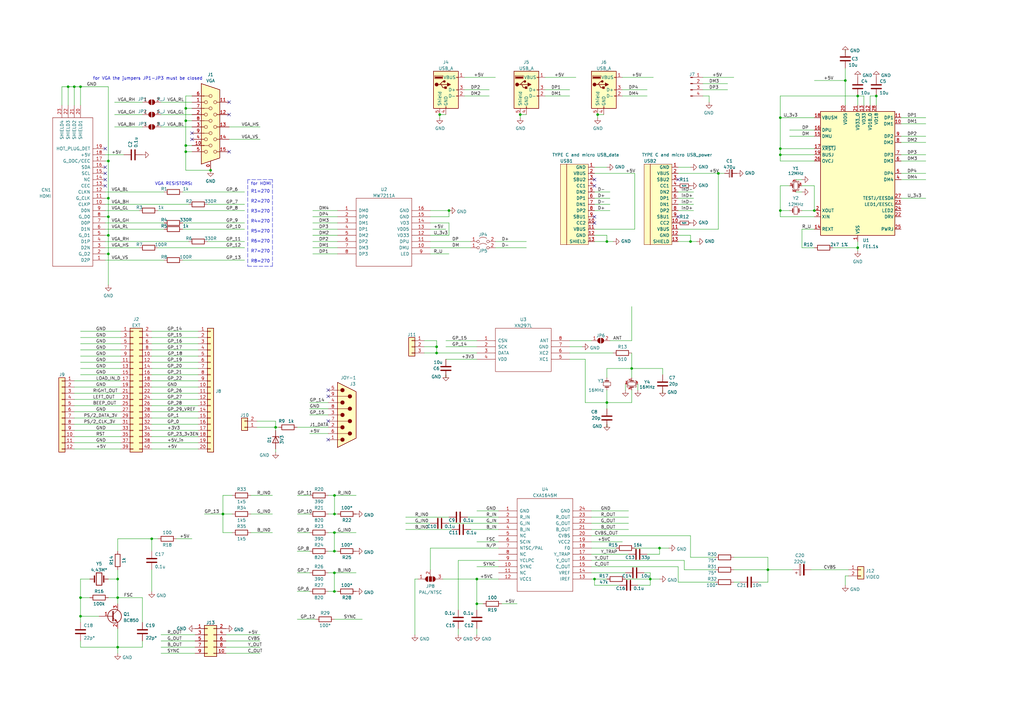
<source format=kicad_sch>
(kicad_sch (version 20211123) (generator eeschema)
  (paper "A3")
  (junction (at 76.2 62.23))
  (junction (at 346.71 33.02))
  (junction (at 137.16 218.44))
  (junction (at 76.2 49.53))
  (junction (at 48.26 265.43))
  (junction (at 294.64 71.12))
  (junction (at 91.44 210.82))
  (junction (at 248.92 165.1))
  (junction (at 76.2 44.45))
  (junction (at 320.04 63.5))
  (junction (at 259.08 151.13))
  (junction (at 27.94 35.56))
  (junction (at 33.02 35.56))
  (junction (at 44.45 96.52))
  (junction (at 180.34 46.99))
  (junction (at 179.07 144.78))
  (junction (at 334.01 86.36))
  (junction (at 245.11 46.99))
  (junction (at 320.04 86.36))
  (junction (at 44.45 66.04))
  (junction (at 137.1948 210.82))
  (junction (at 76.2 59.69))
  (junction (at 351.79 39.37))
  (junction (at 320.04 48.26))
  (junction (at 137.16 234.95))
  (junction (at 320.04 60.96))
  (junction (at 266.7 237.49))
  (junction (at 48.26 237.49))
  (junction (at 48.26 245.11))
  (junction (at 213.36 46.99))
  (junction (at 195.58 237.49))
  (junction (at 30.48 35.56))
  (junction (at 137.16 242.57))
  (junction (at 248.92 99.06))
  (junction (at 137.1948 203.2))
  (junction (at 270.51 224.79))
  (junction (at 314.96 233.68))
  (junction (at 243.84 237.49))
  (junction (at 44.45 88.9))
  (junction (at 33.02 252.73))
  (junction (at 44.45 81.28))
  (junction (at 86.36 69.85))
  (junction (at 184.15 86.36))
  (junction (at 137.16 226.06))
  (junction (at 283.21 99.06))
  (junction (at 113.03 175.26))
  (junction (at 351.79 101.6))
  (junction (at 359.41 39.37))
  (junction (at 44.45 104.14))
  (junction (at 179.07 142.24))
  (junction (at 62.23 220.98))
  (junction (at 33.02 245.11))
  (junction (at 195.58 247.65))
  (no_connect (at 134.62 160.02))
  (no_connect (at 278.13 73.66))
  (no_connect (at 243.84 91.44))
  (no_connect (at 134.62 172.72))
  (no_connect (at 134.62 180.34))
  (no_connect (at 134.62 162.56))
  (no_connect (at 78.74 54.61))
  (no_connect (at 78.74 57.15))
  (no_connect (at 93.98 62.23))
  (no_connect (at 93.98 46.99))
  (no_connect (at 93.98 41.91))
  (no_connect (at 43.18 73.66))
  (no_connect (at 43.18 76.2))
  (no_connect (at 43.18 60.96))
  (no_connect (at 43.18 68.58))
  (no_connect (at 43.18 71.12))
  (no_connect (at 278.13 88.9))
  (no_connect (at 243.84 88.9))
  (no_connect (at 243.84 73.66))
  (no_connect (at 243.84 76.2))
  (wire (pts (xy 256.54 237.49) (xy 266.7 237.49)))
  (wire (pts (xy 205.74 247.65) (xy 212.09 247.65)))
  (wire (pts (xy 334.01 33.02) (xy 346.71 33.02)))
  (wire (pts (xy 195.58 237.49) (xy 204.47 237.49)))
  (wire (pts (xy 320.04 66.04) (xy 334.01 66.04)))
  (wire (pts (xy 223.52 36.83) (xy 233.68 36.83)))
  (wire (pts (xy 128.27 93.98) (xy 138.43 93.98)))
  (wire (pts (xy 128.27 86.36) (xy 138.43 86.36)))
  (wire (pts (xy 48.26 237.49) (xy 48.26 233.68)))
  (wire (pts (xy 328.93 101.6) (xy 328.93 93.98)))
  (wire (pts (xy 184.15 91.44) (xy 176.53 91.44)))
  (wire (pts (xy 243.84 71.12) (xy 260.35 71.12)))
  (wire (pts (xy 195.58 257.81) (xy 195.58 260.35)))
  (wire (pts (xy 191.77 212.09) (xy 204.47 212.09)))
  (wire (pts (xy 369.57 48.26) (xy 379.73 48.26)))
  (wire (pts (xy 127 170.18) (xy 134.62 170.18)))
  (wire (pts (xy 76.2 59.69) (xy 76.2 49.53)))
  (wire (pts (xy 271.78 161.29) (xy 271.78 160.02)))
  (wire (pts (xy 74.93 91.44) (xy 100.33 91.44)))
  (wire (pts (xy 64.77 101.6) (xy 100.33 101.6)))
  (wire (pts (xy 44.45 96.52) (xy 44.45 104.14)))
  (wire (pts (xy 278.13 99.06) (xy 283.21 99.06)))
  (wire (pts (xy 44.45 66.04) (xy 44.45 35.56)))
  (wire (pts (xy 243.84 237.49) (xy 248.92 237.49)))
  (wire (pts (xy 166.37 212.09) (xy 184.15 212.09)))
  (wire (pts (xy 62.23 176.53) (xy 81.28 176.53)))
  (wire (pts (xy 266.7 237.49) (xy 270.51 237.49)))
  (wire (pts (xy 85.09 99.06) (xy 100.33 99.06)))
  (wire (pts (xy 33.02 237.49) (xy 33.02 245.11)))
  (wire (pts (xy 121.92 175.26) (xy 134.62 175.26)))
  (wire (pts (xy 280.67 233.68) (xy 293.37 233.68)))
  (wire (pts (xy 127 167.64) (xy 134.62 167.64)))
  (wire (pts (xy 356.87 39.37) (xy 359.41 39.37)))
  (wire (pts (xy 243.84 83.82) (xy 250.19 83.82)))
  (wire (pts (xy 320.04 63.5) (xy 334.01 63.5)))
  (wire (pts (xy 223.52 39.37) (xy 233.68 39.37)))
  (wire (pts (xy 62.23 140.97) (xy 81.28 140.97)))
  (wire (pts (xy 182.88 154.94) (xy 182.88 153.67)))
  (wire (pts (xy 187.96 229.87) (xy 187.96 250.19)))
  (wire (pts (xy 137.1948 210.82) (xy 138.4648 210.82)))
  (wire (pts (xy 134.62 242.57) (xy 137.16 242.57)))
  (wire (pts (xy 83.82 210.82) (xy 91.44 210.82)))
  (wire (pts (xy 62.23 135.89) (xy 81.28 135.89)))
  (wire (pts (xy 33.02 153.67) (xy 49.53 153.67)))
  (wire (pts (xy 33.02 148.59) (xy 49.53 148.59)))
  (wire (pts (xy 86.36 69.85) (xy 76.2 69.85)))
  (wire (pts (xy 278.13 238.76) (xy 293.37 238.76)))
  (wire (pts (xy 243.84 68.58) (xy 248.92 68.58)))
  (wire (pts (xy 137.16 218.44) (xy 146.05 218.44)))
  (wire (pts (xy 166.37 217.17) (xy 185.42 217.17)))
  (wire (pts (xy 121.9548 210.82) (xy 127.0348 210.82)))
  (wire (pts (xy 204.47 229.87) (xy 187.96 229.87)))
  (wire (pts (xy 242.57 212.09) (xy 257.81 212.09)))
  (wire (pts (xy 242.57 224.79) (xy 252.73 224.79)))
  (wire (pts (xy 243.84 86.36) (xy 250.19 86.36)))
  (wire (pts (xy 170.18 237.49) (xy 170.18 260.35)))
  (wire (pts (xy 243.84 96.52) (xy 248.92 96.52)))
  (wire (pts (xy 184.15 88.9) (xy 184.15 86.36)))
  (wire (pts (xy 91.44 210.82) (xy 91.44 218.44)))
  (wire (pts (xy 176.53 224.79) (xy 204.47 224.79)))
  (wire (pts (xy 248.92 175.26) (xy 248.92 173.99)))
  (wire (pts (xy 137.1948 203.2) (xy 137.1948 210.82)))
  (wire (pts (xy 137.16 226.06) (xy 138.43 226.06)))
  (wire (pts (xy 260.35 93.98) (xy 243.84 93.98)))
  (wire (pts (xy 233.68 142.24) (xy 238.76 142.24)))
  (wire (pts (xy 311.15 238.76) (xy 314.96 238.76)))
  (wire (pts (xy 326.39 78.74) (xy 328.93 78.74)))
  (wire (pts (xy 43.18 101.6) (xy 57.15 101.6)))
  (wire (pts (xy 242.57 234.95) (xy 256.54 234.95)))
  (wire (pts (xy 300.99 228.6) (xy 314.96 228.6)))
  (wire (pts (xy 314.96 233.68) (xy 314.96 238.76)))
  (wire (pts (xy 184.15 86.36) (xy 176.53 86.36)))
  (wire (pts (xy 328.93 76.2) (xy 334.01 76.2)))
  (wire (pts (xy 66.04 267.97) (xy 80.01 267.97)))
  (wire (pts (xy 44.45 35.56) (xy 33.02 35.56)))
  (wire (pts (xy 62.23 166.37) (xy 81.28 166.37)))
  (wire (pts (xy 369.57 66.04) (xy 379.73 66.04)))
  (wire (pts (xy 173.99 139.7) (xy 179.07 139.7)))
  (wire (pts (xy 243.84 240.03) (xy 243.84 237.49)))
  (wire (pts (xy 242.57 217.17) (xy 257.81 217.17)))
  (wire (pts (xy 33.02 245.11) (xy 33.02 252.73)))
  (wire (pts (xy 76.2 49.53) (xy 78.74 49.53)))
  (wire (pts (xy 30.48 166.37) (xy 49.53 166.37)))
  (wire (pts (xy 62.23 146.05) (xy 81.28 146.05)))
  (wire (pts (xy 66.04 265.43) (xy 80.01 265.43)))
  (wire (pts (xy 44.45 81.28) (xy 44.45 88.9)))
  (wire (pts (xy 369.57 81.28) (xy 379.73 81.28)))
  (wire (pts (xy 44.45 88.9) (xy 44.45 96.52)))
  (wire (pts (xy 190.5 39.37) (xy 200.66 39.37)))
  (polyline (pts (xy 111.76 73.66) (xy 101.6 73.66)))
  (wire (pts (xy 203.2 101.6) (xy 215.9 101.6)))
  (wire (pts (xy 260.35 71.12) (xy 260.35 93.98)))
  (wire (pts (xy 62.23 148.59) (xy 81.28 148.59)))
  (wire (pts (xy 171.45 237.49) (xy 170.18 237.49)))
  (wire (pts (xy 369.57 63.5) (xy 379.73 63.5)))
  (wire (pts (xy 256.54 157.48) (xy 256.54 160.02)))
  (wire (pts (xy 290.83 39.37) (xy 290.83 41.91)))
  (wire (pts (xy 369.57 71.12) (xy 379.73 71.12)))
  (wire (pts (xy 320.04 48.26) (xy 320.04 60.96)))
  (wire (pts (xy 266.7 234.95) (xy 266.7 237.49)))
  (wire (pts (xy 283.21 96.52) (xy 283.21 99.06)))
  (wire (pts (xy 62.23 143.51) (xy 81.28 143.51)))
  (wire (pts (xy 176.53 88.9) (xy 184.15 88.9)))
  (wire (pts (xy 114.3 175.26) (xy 113.03 175.26)))
  (wire (pts (xy 166.37 214.63) (xy 176.53 214.63)))
  (wire (pts (xy 66.04 41.91) (xy 78.74 41.91)))
  (wire (pts (xy 369.57 50.8) (xy 379.73 50.8)))
  (wire (pts (xy 46.99 52.07) (xy 58.42 52.07)))
  (wire (pts (xy 30.48 173.99) (xy 49.53 173.99)))
  (wire (pts (xy 33.02 252.73) (xy 33.02 255.27)))
  (wire (pts (xy 30.48 179.07) (xy 49.53 179.07)))
  (wire (pts (xy 261.62 157.48) (xy 261.62 160.02)))
  (wire (pts (xy 354.33 43.18) (xy 354.33 39.37)))
  (wire (pts (xy 213.36 46.99) (xy 215.9 46.99)))
  (wire (pts (xy 213.36 46.99) (xy 213.36 48.26)))
  (wire (pts (xy 248.92 151.13) (xy 248.92 154.94)))
  (wire (pts (xy 248.92 96.52) (xy 248.92 99.06)))
  (wire (pts (xy 43.18 104.14) (xy 44.45 104.14)))
  (wire (pts (xy 195.58 209.55) (xy 204.47 209.55)))
  (wire (pts (xy 300.99 233.68) (xy 314.96 233.68)))
  (wire (pts (xy 242.57 229.87) (xy 280.67 229.87)))
  (wire (pts (xy 137.1948 203.2) (xy 146.0848 203.2)))
  (wire (pts (xy 62.23 220.98) (xy 64.77 220.98)))
  (wire (pts (xy 91.44 203.2) (xy 91.44 210.82)))
  (wire (pts (xy 102.87 203.2) (xy 111.76 203.2)))
  (wire (pts (xy 270.51 224.79) (xy 274.32 224.79)))
  (wire (pts (xy 278.13 68.58) (xy 283.21 68.58)))
  (wire (pts (xy 62.23 181.61) (xy 81.28 181.61)))
  (wire (pts (xy 43.18 78.74) (xy 67.31 78.74)))
  (wire (pts (xy 113.03 175.26) (xy 113.03 176.53)))
  (wire (pts (xy 30.48 35.56) (xy 30.48 43.18)))
  (wire (pts (xy 33.02 35.56) (xy 33.02 43.18)))
  (wire (pts (xy 248.92 151.13) (xy 259.08 151.13)))
  (wire (pts (xy 278.13 83.82) (xy 284.48 83.82)))
  (wire (pts (xy 173.99 142.24) (xy 179.07 142.24)))
  (wire (pts (xy 30.48 171.45) (xy 49.53 171.45)))
  (wire (pts (xy 30.48 181.61) (xy 49.53 181.61)))
  (wire (pts (xy 351.79 99.06) (xy 351.79 101.6)))
  (wire (pts (xy 33.02 135.89) (xy 49.53 135.89)))
  (wire (pts (xy 346.71 236.22) (xy 346.71 240.03)))
  (wire (pts (xy 233.68 144.78) (xy 251.46 144.78)))
  (wire (pts (xy 33.02 140.97) (xy 49.53 140.97)))
  (wire (pts (xy 260.35 224.79) (xy 270.51 224.79)))
  (wire (pts (xy 62.23 163.83) (xy 81.28 163.83)))
  (wire (pts (xy 30.48 176.53) (xy 49.53 176.53)))
  (wire (pts (xy 48.26 237.49) (xy 48.26 245.11)))
  (wire (pts (xy 62.23 184.15) (xy 81.28 184.15)))
  (polyline (pts (xy 101.6 73.66) (xy 101.6 78.74)))
  (wire (pts (xy 66.04 262.89) (xy 80.01 262.89)))
  (wire (pts (xy 334.01 101.6) (xy 328.93 101.6)))
  (wire (pts (xy 27.94 35.56) (xy 27.94 43.18)))
  (wire (pts (xy 320.04 86.36) (xy 323.85 86.36)))
  (wire (pts (xy 179.07 144.78) (xy 195.58 144.78)))
  (wire (pts (xy 346.71 33.02) (xy 346.71 43.18)))
  (wire (pts (xy 62.23 220.98) (xy 48.26 220.98)))
  (wire (pts (xy 182.88 142.24) (xy 195.58 142.24)))
  (wire (pts (xy 137.16 234.95) (xy 146.05 234.95)))
  (wire (pts (xy 137.16 242.57) (xy 138.43 242.57)))
  (wire (pts (xy 48.26 245.11) (xy 48.26 247.65)))
  (wire (pts (xy 323.85 55.88) (xy 334.01 55.88)))
  (wire (pts (xy 248.92 165.1) (xy 248.92 167.64)))
  (wire (pts (xy 30.48 158.75) (xy 49.53 158.75)))
  (wire (pts (xy 64.77 86.36) (xy 100.33 86.36)))
  (wire (pts (xy 270.51 224.79) (xy 270.51 227.33)))
  (wire (pts (xy 128.27 91.44) (xy 138.43 91.44)))
  (wire (pts (xy 314.96 233.68) (xy 325.12 233.68)))
  (wire (pts (xy 33.02 262.89) (xy 33.02 265.43)))
  (wire (pts (xy 74.93 106.68) (xy 100.33 106.68)))
  (wire (pts (xy 242.57 222.25) (xy 255.27 222.25)))
  (wire (pts (xy 43.18 88.9) (xy 44.45 88.9)))
  (wire (pts (xy 181.61 237.49) (xy 195.58 237.49)))
  (wire (pts (xy 359.41 39.37) (xy 359.41 43.18)))
  (wire (pts (xy 259.08 125.73) (xy 259.08 139.7)))
  (wire (pts (xy 320.04 60.96) (xy 334.01 60.96)))
  (wire (pts (xy 43.18 99.06) (xy 77.47 99.06)))
  (wire (pts (xy 278.13 96.52) (xy 283.21 96.52)))
  (wire (pts (xy 43.18 106.68) (xy 67.31 106.68)))
  (wire (pts (xy 187.96 257.81) (xy 187.96 260.35)))
  (wire (pts (xy 33.02 146.05) (xy 49.53 146.05)))
  (wire (pts (xy 62.23 138.43) (xy 81.28 138.43)))
  (wire (pts (xy 36.83 237.49) (xy 33.02 237.49)))
  (wire (pts (xy 184.15 96.52) (xy 184.15 91.44)))
  (wire (pts (xy 137.16 234.95) (xy 137.16 242.57)))
  (wire (pts (xy 242.57 219.71) (xy 283.21 219.71)))
  (wire (pts (xy 320.04 39.37) (xy 320.04 48.26)))
  (wire (pts (xy 176.53 96.52) (xy 184.15 96.52)))
  (wire (pts (xy 27.94 35.56) (xy 25.4 35.56)))
  (wire (pts (xy 245.11 46.99) (xy 247.65 46.99)))
  (wire (pts (xy 62.23 158.75) (xy 81.28 158.75)))
  (wire (pts (xy 283.21 228.6) (xy 283.21 219.71)))
  (wire (pts (xy 369.57 55.88) (xy 379.73 55.88)))
  (wire (pts (xy 121.92 234.95) (xy 127 234.95)))
  (wire (pts (xy 43.18 83.82) (xy 77.47 83.82)))
  (wire (pts (xy 62.23 156.21) (xy 81.28 156.21)))
  (wire (pts (xy 240.03 147.32) (xy 240.03 165.1)))
  (wire (pts (xy 328.93 93.98) (xy 334.01 93.98)))
  (wire (pts (xy 85.09 83.82) (xy 100.33 83.82)))
  (wire (pts (xy 76.2 59.69) (xy 78.74 59.69)))
  (wire (pts (xy 243.84 78.74) (xy 250.19 78.74)))
  (wire (pts (xy 62.23 168.91) (xy 81.28 168.91)))
  (wire (pts (xy 255.27 39.37) (xy 265.43 39.37)))
  (wire (pts (xy 43.18 93.98) (xy 67.31 93.98)))
  (wire (pts (xy 30.48 168.91) (xy 49.53 168.91)))
  (wire (pts (xy 300.99 238.76) (xy 303.53 238.76)))
  (wire (pts (xy 43.18 96.52) (xy 44.45 96.52)))
  (wire (pts (xy 271.78 153.67) (xy 271.78 151.13)))
  (wire (pts (xy 128.27 99.06) (xy 138.43 99.06)))
  (wire (pts (xy 121.92 226.06) (xy 127 226.06)))
  (wire (pts (xy 43.18 86.36) (xy 57.15 86.36)))
  (wire (pts (xy 44.45 245.11) (xy 48.26 245.11)))
  (wire (pts (xy 30.48 163.83) (xy 49.53 163.83)))
  (wire (pts (xy 33.02 252.73) (xy 40.64 252.73)))
  (wire (pts (xy 176.53 93.98) (xy 182.88 93.98)))
  (wire (pts (xy 43.18 91.44) (xy 67.31 91.44)))
  (wire (pts (xy 43.18 66.04) (xy 44.45 66.04)))
  (wire (pts (xy 113.03 184.15) (xy 113.03 185.42)))
  (wire (pts (xy 184.15 214.63) (xy 204.47 214.63)))
  (wire (pts (xy 30.48 156.21) (xy 49.53 156.21)))
  (wire (pts (xy 113.03 172.72) (xy 113.03 175.26)))
  (wire (pts (xy 127 165.1) (xy 134.62 165.1)))
  (wire (pts (xy 74.93 93.98) (xy 100.33 93.98)))
  (wire (pts (xy 93.98 57.15) (xy 106.68 57.15)))
  (wire (pts (xy 44.45 81.28) (xy 44.45 66.04)))
  (wire (pts (xy 92.71 260.35) (xy 106.68 260.35)))
  (wire (pts (xy 137.16 254) (xy 148.59 254)))
  (wire (pts (xy 62.23 179.07) (xy 81.28 179.07)))
  (wire (pts (xy 243.84 81.28) (xy 250.19 81.28)))
  (wire (pts (xy 314.96 228.6) (xy 314.96 233.68)))
  (wire (pts (xy 72.39 220.98) (xy 78.74 220.98)))
  (wire (pts (xy 328.93 86.36) (xy 334.01 86.36)))
  (wire (pts (xy 33.02 143.51) (xy 49.53 143.51)))
  (wire (pts (xy 320.04 60.96) (xy 320.04 63.5)))
  (wire (pts (xy 245.11 46.99) (xy 245.11 48.26)))
  (wire (pts (xy 179.07 139.7) (xy 179.07 142.24)))
  (wire (pts (xy 93.98 52.07) (xy 106.68 52.07)))
  (wire (pts (xy 264.16 234.95) (xy 266.7 234.95)))
  (wire (pts (xy 105.41 175.26) (xy 113.03 175.26)))
  (wire (pts (xy 76.2 49.53) (xy 76.2 44.45)))
  (wire (pts (xy 347.98 236.22) (xy 346.71 236.22)))
  (wire (pts (xy 76.2 44.45) (xy 76.2 39.37)))
  (wire (pts (xy 195.58 247.65) (xy 195.58 250.19)))
  (wire (pts (xy 266.7 237.49) (xy 266.7 240.03)))
  (wire (pts (xy 66.04 52.07) (xy 78.74 52.07)))
  (wire (pts (xy 128.27 104.14) (xy 138.43 104.14)))
  (wire (pts (xy 128.27 88.9) (xy 138.43 88.9)))
  (wire (pts (xy 62.23 173.99) (xy 81.28 173.99)))
  (wire (pts (xy 179.07 142.24) (xy 179.07 144.78)))
  (wire (pts (xy 243.84 240.03) (xy 254 240.03)))
  (wire (pts (xy 44.45 237.49) (xy 48.26 237.49)))
  (wire (pts (xy 278.13 78.74) (xy 284.48 78.74)))
  (wire (pts (xy 128.27 96.52) (xy 138.43 96.52)))
  (wire (pts (xy 30.48 161.29) (xy 49.53 161.29)))
  (wire (pts (xy 105.41 172.72) (xy 113.03 172.72)))
  (wire (pts (xy 43.18 63.5) (xy 50.8 63.5)))
  (wire (pts (xy 351.79 39.37) (xy 320.04 39.37)))
  (wire (pts (xy 92.71 267.97) (xy 106.68 267.97)))
  (wire (pts (xy 203.2 99.06) (xy 215.9 99.06)))
  (wire (pts (xy 278.13 86.36) (xy 284.48 86.36)))
  (wire (pts (xy 334.01 76.2) (xy 334.01 86.36)))
  (wire (pts (xy 242.57 209.55) (xy 257.81 209.55)))
  (polyline (pts (xy 101.6 78.74) (xy 101.6 109.22)))
  (wire (pts (xy 46.99 46.99) (xy 58.42 46.99)))
  (wire (pts (xy 121.92 242.57) (xy 127 242.57)))
  (wire (pts (xy 102.87 210.82) (xy 111.76 210.82)))
  (wire (pts (xy 248.92 165.1) (xy 259.08 165.1)))
  (wire (pts (xy 259.08 144.78) (xy 259.08 151.13)))
  (wire (pts (xy 134.62 226.06) (xy 137.16 226.06)))
  (wire (pts (xy 48.26 265.43) (xy 48.26 267.97)))
  (wire (pts (xy 294.64 93.98) (xy 278.13 93.98)))
  (wire (pts (xy 195.58 222.25) (xy 204.47 222.25)))
  (wire (pts (xy 33.02 265.43) (xy 48.26 265.43)))
  (wire (pts (xy 76.2 39.37) (xy 78.74 39.37)))
  (wire (pts (xy 134.62 234.95) (xy 137.16 234.95)))
  (wire (pts (xy 74.93 78.74) (xy 100.33 78.74)))
  (wire (pts (xy 92.71 265.43) (xy 106.68 265.43)))
  (wire (pts (xy 180.34 46.99) (xy 182.88 46.99)))
  (wire (pts (xy 278.13 71.12) (xy 294.64 71.12)))
  (wire (pts (xy 58.42 245.11) (xy 48.26 245.11)))
  (wire (pts (xy 259.08 154.94) (xy 259.08 151.13)))
  (wire (pts (xy 250.19 139.7) (xy 259.08 139.7)))
  (wire (pts (xy 190.5 36.83) (xy 200.66 36.83)))
  (wire (pts (xy 48.26 257.81) (xy 48.26 265.43)))
  (wire (pts (xy 278.13 81.28) (xy 284.48 81.28)))
  (wire (pts (xy 270.51 227.33) (xy 265.43 227.33)))
  (wire (pts (xy 334.01 88.9) (xy 320.04 88.9)))
  (wire (pts (xy 320.04 76.2) (xy 320.04 86.36)))
  (wire (pts (xy 351.79 39.37) (xy 351.79 43.18)))
  (wire (pts (xy 48.26 265.43) (xy 58.42 265.43)))
  (wire (pts (xy 91.44 218.44) (xy 95.25 218.44)))
  (wire (pts (xy 91.44 210.82) (xy 95.25 210.82)))
  (wire (pts (xy 127 177.8) (xy 134.62 177.8)))
  (wire (pts (xy 354.33 39.37) (xy 351.79 39.37)))
  (wire (pts (xy 243.84 99.06) (xy 248.92 99.06)))
  (wire (pts (xy 320.04 48.26) (xy 334.01 48.26)))
  (wire (pts (xy 121.92 218.44) (xy 127 218.44)))
  (wire (pts (xy 242.57 214.63) (xy 257.81 214.63)))
  (wire (pts (xy 332.74 233.68) (xy 347.98 233.68)))
  (wire (pts (xy 195.58 247.65) (xy 198.12 247.65)))
  (wire (pts (xy 62.23 151.13) (xy 81.28 151.13)))
  (wire (pts (xy 283.21 99.06) (xy 285.75 99.06)))
  (wire (pts (xy 283.21 228.6) (xy 293.37 228.6)))
  (wire (pts (xy 62.23 161.29) (xy 81.28 161.29)))
  (wire (pts (xy 266.7 240.03) (xy 261.62 240.03)))
  (wire (pts (xy 92.71 262.89) (xy 106.68 262.89)))
  (wire (pts (xy 320.04 86.36) (xy 320.04 88.9)))
  (wire (pts (xy 240.03 165.1) (xy 248.92 165.1)))
  (wire (pts (xy 121.92 254) (xy 129.54 254)))
  (wire (pts (xy 356.87 43.18) (xy 356.87 39.37)))
  (wire (pts (xy 66.04 46.99) (xy 78.74 46.99)))
  (wire (pts (xy 176.53 99.06) (xy 193.04 99.06)))
  (wire (pts (xy 182.88 139.7) (xy 195.58 139.7)))
  (wire (pts (xy 58.42 265.43) (xy 58.42 262.89)))
  (wire (pts (xy 30.48 184.15) (xy 49.53 184.15)))
  (polyline (pts (xy 101.6 109.22) (xy 111.76 109.22)))
  (wire (pts (xy 233.68 147.32) (xy 240.03 147.32)))
  (wire (pts (xy 255.27 31.75) (xy 267.97 31.75)))
  (wire (pts (xy 288.29 34.29) (xy 298.45 34.29)))
  (wire (pts (xy 182.88 147.32) (xy 195.58 147.32)))
  (wire (pts (xy 242.57 232.41) (xy 278.13 232.41)))
  (wire (pts (xy 33.02 35.56) (xy 30.48 35.56)))
  (wire (pts (xy 134.6548 203.2) (xy 137.1948 203.2)))
  (wire (pts (xy 33.02 151.13) (xy 49.53 151.13)))
  (wire (pts (xy 248.92 99.06) (xy 251.46 99.06)))
  (wire (pts (xy 255.27 36.83) (xy 265.43 36.83)))
  (wire (pts (xy 176.53 104.14) (xy 184.15 104.14)))
  (wire (pts (xy 121.9548 203.2) (xy 127.0348 203.2)))
  (wire (pts (xy 25.4 35.56) (xy 25.4 43.18)))
  (wire (pts (xy 76.2 69.85) (xy 76.2 62.23)))
  (wire (pts (xy 62.23 153.67) (xy 81.28 153.67)))
  (wire (pts (xy 176.53 224.79) (xy 176.53 233.68)))
  (wire (pts (xy 223.52 31.75) (xy 236.22 31.75)))
  (wire (pts (xy 271.78 151.13) (xy 259.08 151.13)))
  (wire (pts (xy 369.57 58.42) (xy 379.73 58.42)))
  (wire (pts (xy 95.25 203.2) (xy 91.44 203.2)))
  (wire (pts (xy 44.45 104.14) (xy 44.45 116.84)))
  (wire (pts (xy 288.29 36.83) (xy 298.45 36.83)))
  (wire (pts (xy 180.34 46.99) (xy 180.34 48.26)))
  (wire (pts (xy 243.84 237.49) (xy 242.57 237.49)))
  (wire (pts (xy 48.26 220.98) (xy 48.26 226.06)))
  (wire (pts (xy 76.2 62.23) (xy 76.2 59.69)))
  (wire (pts (xy 43.18 81.28) (xy 44.45 81.28)))
  (wire (pts (xy 294.64 71.12) (xy 294.64 93.98)))
  (wire (pts (xy 58.42 255.27) (xy 58.42 245.11)))
  (wire (pts (xy 341.63 101.6) (xy 351.79 101.6)))
  (wire (pts (xy 176.53 101.6) (xy 193.04 101.6)))
  (wire (pts (xy 346.71 27.94) (xy 346.71 33.02)))
  (wire (pts (xy 242.57 227.33) (xy 257.81 227.33)))
  (wire (pts (xy 294.64 71.12) (xy 297.18 71.12)))
  (polyline (pts (xy 111.76 109.22) (xy 111.76 73.66)))
  (wire (pts (xy 288.29 39.37) (xy 290.83 39.37)))
  (wire (pts (xy 346.71 20.32) (xy 346.71 21.59)))
  (wire (pts (xy 195.58 237.49) (xy 195.58 247.65)))
  (wire (pts (xy 128.27 101.6) (xy 138.43 101.6)))
  (wire (pts (xy 62.23 226.06) (xy 62.23 220.98)))
  (wire (pts (xy 33.02 245.11) (xy 36.83 245.11)))
  (wire (pts (xy 179.07 144.78) (xy 173.99 144.78)))
  (wire (pts (xy 280.67 229.87) (xy 280.67 233.68)))
  (wire (pts (xy 193.04 217.17) (xy 204.47 217.17)))
  (wire (pts (xy 195.58 232.41) (xy 204.47 232.41)))
  (wire (pts (xy 323.85 76.2) (xy 320.04 76.2)))
  (wire (pts (xy 66.04 260.35) (xy 80.01 260.35)))
  (wire (pts (xy 30.48 35.56) (xy 27.94 35.56)))
  (wire (pts (xy 233.68 139.7) (xy 242.57 139.7)))
  (wire (pts (xy 369.57 73.66) (xy 379.73 73.66)))
  (wire (pts (xy 323.85 53.34) (xy 334.01 53.34)))
  (wire (pts (xy 62.23 171.45) (xy 81.28 171.45)))
  (wire (pts (xy 134.62 218.44) (xy 137.16 218.44)))
  (wire (pts (xy 326.39 73.66) (xy 328.93 73.66)))
  (wire (pts (xy 248.92 160.02) (xy 248.92 165.1)))
  (wire (pts (xy 76.2 44.45) (xy 78.74 44.45)))
  (wire (pts (xy 288.29 31.75) (xy 300.99 31.75)))
  (wire (pts (xy 190.5 31.75) (xy 203.2 31.75)))
  (wire (pts (xy 33.02 138.43) (xy 49.53 138.43)))
  (wire (pts (xy 134.6548 210.82) (xy 137.1948 210.82)))
  (wire (pts (xy 137.16 218.44) (xy 137.16 226.06)))
  (wire (pts (xy 62.23 233.68) (xy 62.23 242.57)))
  (wire (pts (xy 320.04 63.5) (xy 320.04 66.04)))
  (wire (pts (xy 102.87 218.44) (xy 111.76 218.44)))
  (wire (pts (xy 278.13 232.41) (xy 278.13 238.76)))
  (wire (pts (xy 76.2 62.23) (xy 78.74 62.23)))
  (wire (pts (xy 46.99 41.91) (xy 58.42 41.91)))
  (wire (pts (xy 259.08 160.02) (xy 259.08 165.1)))
  (wire (pts (xy 351.79 101.6) (xy 351.79 102.87)))
  (text "for VGA the jumpers JP1-JP3 must be closed" (at 38.1 33.02 0) (effects (font (size 1.27 1.27)) (justify left bottom)))
  (text "VGA RESISTORS:" (at 63.5 76.2 0) (effects (font (size 1.27 1.27)) (justify left bottom)))
  (text "for HDMI" (at 102.87 76.2 0) (effects (font (size 1.27 1.27)) (justify left bottom)))
  (text "R1=270\n\nR2=270\n\nR3=270\n\nR4=270\n\nR5=270\n\nR6=270\n\nR7=270\n\nR8=270\n" (at 102.87 107.95 0) (effects (font (size 1.27 1.27)) (justify left bottom)))
  (label "DM4" (at 372.11 73.66 0))
  (label "+5V" (at 337.82 33.02 0))
  (label "G_OUT" (at 68.58 262.89 0))
  (label "GND" (at 39.37 138.43 0))
  (label "LEFT_OUT" (at 38.1 163.83 0))
  (label "DP3" (at 372.11 63.5 0))
  (label "+5V" (at 177.8 93.98 0))
  (label "GP_0" (at 68.585 173.99 0))
  (label "+5V" (at 39.37 184.15 0))
  (label "VGA_HS" (at 45.72 101.6 0))
  (label "B_IN" (at 199.39 217.17 0))
  (label "GP_22" (at 68.58 156.21 0))
  (label "CVBS_OUT" (at 243.84 219.71 0))
  (label "GP_13" (at 92.71 106.68 0))
  (label "DM4" (at 257.81 39.37 0))
  (label "ANT" (at 251.46 139.7 0))
  (label "GND" (at 39.37 143.51 0))
  (label "+5V" (at 227.33 31.75 0))
  (label "DP2" (at 130.81 99.06 0))
  (label "GP_15" (at 185.42 139.7 0))
  (label "RIGHT_OUT" (at 38.1 161.29 0))
  (label "GP_12" (at 92.71 101.6 0))
  (label "G_IN0" (at 170.18 214.63 0))
  (label "R_IN0" (at 170.18 212.09 0))
  (label "GND" (at 39.37 153.67 0))
  (label "+5V" (at 194.31 31.75 0))
  (label "GP_6" (at 121.92 242.57 0))
  (label "D+" (at 245.11 86.36 0))
  (label "+5V" (at 292.1 31.75 0))
  (label "GND" (at 39.37 151.13 0))
  (label "GP_15" (at 127 170.18 0))
  (label "GND" (at 68.58 158.75 0))
  (label "GP_29_VREF" (at 68.58 168.91 0))
  (label "DP2" (at 193.04 36.83 0))
  (label "inD-" (at 279.4 78.74 0))
  (label "R_U" (at 328.93 93.98 0))
  (label "B_IN0" (at 105.41 218.44 0))
  (label "DP4" (at 372.11 71.12 0))
  (label "DM3" (at 130.81 91.44 0))
  (label "VGA_GL" (at 45.72 86.36 0))
  (label "CVBS" (at 337.82 233.68 0))
  (label "GP_9" (at 92.71 91.44 0))
  (label "GP_11" (at 92.71 99.06 0))
  (label "U_3v3" (at 177.8 96.52 0))
  (label "+3V3" (at 189.23 147.32 0))
  (label "DP3" (at 290.83 36.83 0))
  (label "DM1" (at 226.06 39.37 0))
  (label "+5V" (at 45.72 63.5 0))
  (label "DM1" (at 372.11 50.8 0))
  (label "D+" (at 205.74 99.06 0))
  (label "DM1" (at 130.81 101.6 0))
  (label "R_OUT" (at 68.58 260.35 0))
  (label "D+" (at 245.11 81.28 0))
  (label "GND" (at 39.37 158.75 0))
  (label "VGA_VS" (at 45.72 106.68 0))
  (label "G_IN0" (at 105.41 210.82 0))
  (label "N{slash}P" (at 199.39 224.79 0))
  (label "inD-" (at 279.4 83.82 0))
  (label "+3V3" (at 68.58 176.53 0))
  (label "DP" (at 328.93 53.34 0))
  (label "DP" (at 185.42 99.06 0))
  (label "B_OUT" (at 68.58 265.43 0))
  (label "GND" (at 39.37 176.53 0))
  (label "VGA_RH" (at 45.72 99.06 0))
  (label "GP_10" (at 121.9548 210.82 0))
  (label "+5VC" (at 245.11 222.25 0))
  (label "GP_13" (at 83.82 210.82 0))
  (label "DM" (at 328.93 55.88 0))
  (label "+5V" (at 256.54 71.12 0))
  (label "GND" (at 39.37 168.91 0))
  (label "+5V" (at 259.08 31.75 0))
  (label "G_IN" (at 199.39 214.63 0))
  (label "GND" (at 35.56 35.56 0))
  (label "VGA_VS" (at 99.06 57.15 0))
  (label "Y_OUT" (at 101.6 265.43 0))
  (label "DM4" (at 130.81 86.36 0))
  (label "VGA_GH" (at 45.72 91.44 0))
  (label "GP_14" (at 127 165.1 0))
  (label "GP_14" (at 68.58 135.89 0))
  (label "DP3" (at 130.81 93.98 0))
  (label "G_OUT" (at 246.38 214.63 0))
  (label "GND" (at 246.38 209.55 0))
  (label "GP_14" (at 185.42 142.24 0))
  (label "GP_15" (at 68.58 138.43 0))
  (label "GP_21" (at 68.58 153.67 0))
  (label "GP_11" (at 121.9548 203.2 0))
  (label "DP1" (at 372.11 48.26 0))
  (label "+5V" (at 127 177.8 0))
  (label "DP4" (at 257.81 36.83 0))
  (label "C_OUT" (at 101.6 267.97 0))
  (label "GP_23_3v3EN" (at 68.58 179.07 0))
  (label "GP_8" (at 121.92 226.06 0))
  (label "GND" (at 39.37 140.97 0))
  (label "GP_6" (at 92.71 78.74 0))
  (label "GP_27" (at 68.58 163.83 0))
  (label "Y_TRAP" (at 246.38 227.33 0))
  (label "U_3v3" (at 321.31 48.26 0))
  (label "GND" (at 199.39 209.55 0))
  (label "VGA_BH" (at 48.26 52.07 0))
  (label "VGA_RH" (at 48.26 41.91 0))
  (label "PS{slash}2_DATA_3V" (at 34.29 171.45 0))
  (label "DM2" (at 130.81 96.52 0))
  (label "DM2" (at 193.04 39.37 0))
  (label "J1_DATA" (at 127 175.26 0))
  (label "VGA_GH" (at 48.26 46.99 0))
  (label "VGA_BH" (at 45.72 83.82 0))
  (label "VGA_BL" (at 68.58 52.07 0))
  (label "GP_26" (at 68.58 161.29 0))
  (label "DP2" (at 372.11 55.88 0))
  (label "DM3" (at 290.83 34.29 0))
  (label "VGA_RL" (at 68.58 41.91 0))
  (label "DM3" (at 372.11 66.04 0))
  (label "D-" (at 245.11 83.82 0))
  (label "+5VC" (at 196.85 237.49 0))
  (label "DM2" (at 372.11 58.42 0))
  (label "R_OUT" (at 246.38 212.09 0))
  (label "+5V_in" (at 68.58 181.61 0))
  (label "DP1" (at 226.06 36.83 0))
  (label "GP_8" (at 92.71 86.36 0))
  (label "DM" (at 185.42 101.6 0))
  (label "GND" (at 127 167.64 0))
  (label "GND" (at 39.37 181.61 0))
  (label "GND" (at 39.37 146.05 0))
  (label "+5V" (at 101.6 260.35 0))
  (label "R_IN" (at 199.39 212.09 0))
  (label "GP_9" (at 121.92 218.44 0))
  (label "GP_17" (at 68.58 143.51 0))
  (label "RST" (at 39.37 179.07 0))
  (label "GP_19" (at 68.58 148.59 0))
  (label "B_OUT" (at 246.38 217.17 0))
  (label "+5V" (at 290.83 71.12 0))
  (label "+5V" (at 73.66 220.98 0))
  (label "GND" (at 39.37 148.59 0))
  (label "GP_7" (at 121.92 234.95 0))
  (label "inD+" (at 279.4 81.28 0))
  (label "DP1" (at 130.81 104.14 0))
  (label "GND" (at 39.37 135.89 0))
  (label "R_IN0" (at 138.4648 203.2 0))
  (label "D-" (at 205.74 101.6 0))
  (label "U_3v3" (at 372.11 81.28 0))
  (label "R_U" (at 177.8 104.14 0))
  (label "SYNC" (at 198.12 232.41 0))
  (label "SYNC" (at 68.58 267.97 0))
  (label "B_IN0" (at 170.18 217.17 0))
  (label "C_OUT" (at 243.84 232.41 0))
  (label "GP_18" (at 68.7228 146.05 0))
  (label "SYNC" (at 140.97 254 0))
  (label "CVBS" (at 101.6 262.89 0))
  (label "GP_12" (at 123.19 254 0))
  (label "GP_20" (at 68.5648 151.13 0))
  (label "Y_OUT" (at 243.84 229.87 0))
  (label "VGA_GL" (at 68.58 46.99 0))
  (label "B_IN0" (at 138.43 234.95 0))
  (label "BEEP_OUT" (at 38.1 166.37 0))
  (label "VGA_RL" (at 45.72 93.98 0))
  (label "DP4" (at 130.81 88.9 0))
  (label "R_IN0" (at 105.41 203.2 0))
  (label "LOAD_IN_D" (at 39.37 156.21 0))
  (label "GP_10" (at 92.71 93.98 0))
  (label "D-" (at 245.11 78.74 0))
  (label "+5V" (at 207.01 247.65 0))
  (label "G_IN0" (at 138.43 218.44 0))
  (label "FSC" (at 199.39 222.25 0))
  (label "VGA_HS" (at 99.06 52.07 0))
  (label "GP_16" (at 68.6438 140.97 0))
  (label "GP_1" (at 68.58 171.45 0))
  (label "inD+" (at 279.4 86.36 0))
  (label "FSC" (at 50.8 245.11 0))
  (label "GP_28" (at 68.58 166.37 0))
  (label "GP_7" (at 92.71 83.82 0))
  (label "VGA_BL" (at 45.72 78.74 0))
  (label "+5V" (at 68.58 184.15 0))
  (label "PS{slash}2_CLK_3V" (at 34.29 173.99 0))
  (symbol (lib_id "power:GND") (at 251.46 99.06 90) (unit 1)
    (property "Reference" "#PWR0101" (effects hide))
    (property "Value" "GND" (at 254.7112 98.933 90) (effects (justify right)))
  )
  (symbol (lib_id "Type-C:HRO-TYPE-C-31-M-12") (at 275.59 82.55 0) (unit 1)
    (property "Reference" "USB2" (at 269.24 66.04 0) (effects (justify right)))
    (property "Value" "TYPE C and micro USB_power" (at 292.1 63.5 0) (effects (justify right)))
    (property "Footprint" "LIBS:USB-TYPEC_MICRO_USB" (effects hide))
    (property "LCSC" "C165948" (effects hide))
  )
  (symbol (lib_id "Device:R") (at 40.64 245.11 90) (unit 1)
    (property "Reference" "R16" (at 40.64 242.57 90))
    (property "Value" "100k" (at 40.64 247.65 90))
    (property "Footprint" "Resistor_SMD:R_0805_2012Metric_Pad1.20x1.40mm_HandSolder" (effects hide))
  )
  (symbol (lib_id "Device:R") (at 48.26 229.87 180) (unit 1)
    (property "Reference" "R14" (at 45.72 229.87 90))
    (property "Value" "1k" (at 50.8 229.87 90))
    (property "Footprint" "Resistor_SMD:R_0805_2012Metric_Pad1.20x1.40mm_HandSolder" (effects hide))
  )
  (symbol (lib_id "Device:C") (at 271.78 157.48 0) (mirror x) (unit 1)
    (property "Reference" "C7" (at 274.32 154.94 0) (effects (justify left)))
    (property "Value" "20p" (at 274.32 157.48 0) (effects (justify left)))
    (property "Footprint" "Capacitor_SMD:C_0805_2012Metric_Pad1.18x1.45mm_HandSolder" (effects hide))
  )
  (symbol (lib_id "Device:C") (at 180.34 214.63 90) (mirror x) (unit 1)
    (property "Reference" "C10" (at 179.07 215.9 90) (effects (justify left)))
    (property "Value" "0.1u" (at 186.69 215.9 90) (effects (justify left)))
    (property "Footprint" "Capacitor_SMD:C_0805_2012Metric_Pad1.18x1.45mm_HandSolder" (effects hide))
  )
  (symbol (lib_id "Device:Crystal_GND24_Small") (at 259.08 157.48 270) (unit 1)
    (property "Reference" "Y4" (at 265.419 156.7049 90))
    (property "Value" "16MHz" (at 265.43 158.75 90))
    (property "Footprint" "LIBS:Crystal_SMD_0603-4Pin_6.0x3.5mm" (effects hide))
  )
  (symbol (lib_id "power:GND") (at 283.21 91.44 90) (unit 1)
    (property "Reference" "#PWR0105" (effects hide))
    (property "Value" "GND" (at 286.4612 91.313 90) (effects (justify right)))
  )
  (symbol (lib_id "Connector:Conn_01x04_Male") (at 283.21 34.29 0) (unit 1)
    (property "Reference" "J7" (at 283.845 30.511 0))
    (property "Value" "Conn_01x04_Male" (effects hide))
    (property "Footprint" "Connector_PinHeader_2.54mm:PinHeader_1x04_P2.54mm_Vertical" (effects hide))
  )
  (symbol (lib_id "Device:C") (at 195.58 254 180) (unit 1)
    (property "Reference" "C12" (at 194.31 256.54 0) (effects (justify left)))
    (property "Value" "0.1u" (at 194.31 251.46 0) (effects (justify left)))
    (property "Footprint" "Capacitor_SMD:C_0805_2012Metric_Pad1.18x1.45mm_HandSolder" (effects hide))
  )
  (symbol (lib_id "Type-C:HRO-TYPE-C-31-M-12") (at 241.3 82.55 0) (unit 1)
    (property "Reference" "USB1" (at 234.95 66.04 0) (effects (justify right)))
    (property "Value" "TYPE C and micro USB_data" (at 254 63.5 0) (effects (justify right)))
    (property "Footprint" "LIBS:USB-TYPEC_MICRO_USB" (effects hide))
    (property "LCSC" "C165948" (effects hide))
  )
  (symbol (lib_id "power:GND") (at 283.21 76.2 90) (unit 1)
    (property "Reference" "#PWR0109" (effects hide))
    (property "Value" "GND" (at 286.4612 76.073 90) (effects (justify right)))
  )
  (symbol (lib_id "power:GND") (at 58.42 63.5 90) (unit 1)
    (property "Reference" "#PWR0104" (effects hide))
    (property "Value" "GND" (effects hide))
  )
  (symbol (lib_id "Device:C") (at 307.34 238.76 90) (mirror x) (unit 1)
    (property "Reference" "C21" (at 306.07 240.03 90) (effects (justify left)))
    (property "Value" "10n" (at 312.42 240.03 90) (effects (justify left)))
    (property "Footprint" "Capacitor_SMD:C_0805_2012Metric_Pad1.18x1.45mm_HandSolder" (effects hide))
  )
  (symbol (lib_id "Device:R") (at 252.73 237.49 90) (unit 1)
    (property "Reference" "R17" (at 247.65 236.22 90))
    (property "Value" "47k" (at 247.65 238.76 90))
    (property "Footprint" "Resistor_SMD:R_0805_2012Metric_Pad1.20x1.40mm_HandSolder" (effects hide))
  )
  (symbol (lib_id "power:GND") (at 271.78 160.02 0) (mirror y) (unit 1)
    (property "Reference" "#PWR0122" (effects hide))
    (property "Value" "GND" (at 273.685 160.8562 0) (effects (justify right)))
  )
  (symbol (lib_id "power:GND") (at 195.58 260.35 0) (unit 1)
    (property "Reference" "#PWR0128" (effects hide))
    (property "Value" "GND" (at 197.485 262.0538 0) (effects (justify left)))
  )
  (symbol (lib_id "Device:C") (at 187.96 212.09 90) (mirror x) (unit 1)
    (property "Reference" "C9" (at 186.69 213.36 90) (effects (justify left)))
    (property "Value" "0.1u" (at 194.31 213.36 90) (effects (justify left)))
    (property "Footprint" "Capacitor_SMD:C_0805_2012Metric_Pad1.18x1.45mm_HandSolder" (effects hide))
  )
  (symbol (lib_id "Device:C") (at 248.92 171.45 180) (unit 1)
    (property "Reference" "C8" (at 245.11 168.91 0) (effects (justify left)))
    (property "Value" "20p" (at 246.38 171.45 0) (effects (justify left)))
    (property "Footprint" "Capacitor_SMD:C_0805_2012Metric_Pad1.18x1.45mm_HandSolder" (effects hide))
  )
  (symbol (lib_id "Transistor_BJT:BC817") (at 45.72 252.73 0) (unit 1)
    (property "Reference" "Q1" (at 50.5714 251.8953 0) (effects (justify left)))
    (property "Value" "BC850" (at 50.5714 254.4322 0) (effects (justify left)))
    (property "Footprint" "Package_TO_SOT_SMD:SOT-23_Handsoldering" (effects hide))
    (property "Datasheet" "https://www.onsemi.com/pub/Collateral/BC818-D.pdf" (effects hide))
  )
  (symbol (lib_id "Device:R") (at 130.81 242.57 270) (mirror x) (unit 1)
    (property "Reference" "R27" (at 130.81 240.03 90))
    (property "Value" "820" (at 130.81 245.11 90))
    (property "Footprint" "Resistor_SMD:R_0805_2012Metric_Pad1.20x1.40mm_HandSolder" (effects hide))
  )
  (symbol (lib_id "Device:R") (at 337.82 101.6 90) (unit 1)
    (property "Reference" "R10" (at 331.47 100.33 90))
    (property "Value" "2k7 1%" (at 344.17 100.33 90))
    (property "Footprint" "Resistor_SMD:R_0805_2012Metric_Pad1.20x1.40mm_HandSolder" (effects hide))
  )
  (symbol (lib_id "Jumper:SolderJumper_2_Open") (at 246.38 139.7 0) (unit 1)
    (property "Reference" "JP6" (at 246.38 137.6482 0))
    (property "Value" "SolderJumper_2_Open" (effects hide))
    (property "Footprint" "Jumper:SolderJumper-2_P1.3mm_Open_RoundedPad1.0x1.5mm" (effects hide))
  )
  (symbol (lib_id "power:GND") (at 261.62 160.02 0) (unit 1)
    (property "Reference" "#PWR0121" (effects hide))
    (property "Value" "GND" (effects hide))
  )
  (symbol (lib_id "Device:C") (at 58.42 259.08 0) (unit 1)
    (property "Reference" "C19" (at 59.69 256.54 0) (effects (justify left)))
    (property "Value" "22p*" (at 59.69 261.62 0) (effects (justify left)))
    (property "Footprint" "Capacitor_SMD:C_0805_2012Metric_Pad1.18x1.45mm_HandSolder" (effects hide))
  )
  (symbol (lib_id "power:GND") (at 113.03 185.42 0) (unit 1)
    (property "Reference" "#PWR0108" (effects hide))
    (property "Value" "GND" (at 110.49 186.69 0) (effects (justify right)))
  )
  (symbol (lib_id "Device:C") (at 257.81 240.03 90) (mirror x) (unit 1)
    (property "Reference" "C16" (at 256.54 241.3 90) (effects (justify left)))
    (property "Value" "0.1u" (at 264.16 241.3 90) (effects (justify left)))
    (property "Footprint" "Capacitor_SMD:C_0805_2012Metric_Pad1.18x1.45mm_HandSolder" (effects hide))
  )
  (symbol (lib_id "Device:R") (at 71.12 93.98 90) (unit 1)
    (property "Reference" "R5" (at 67.31 92.71 90))
    (property "Value" "1k" (at 76.2 92.71 90))
    (property "Footprint" "LIBS:R_0805_PLUS" (effects hide))
  )
  (symbol (lib_id "CXA1645M:CXA1645M") (at 223.52 223.52 0) (unit 1)
    (property "Reference" "U4" (at 223.52 200.6631 0))
    (property "Value" "CXA1645M" (at 223.52 203.2 0))
    (property "Footprint" "Package_SO:SO-24_5.3x15mm_P1.27mm" (effects hide))
    (property "Datasheet" "DOCUMENTATION" (effects hide))
  )
  (symbol (lib_id "Device:C") (at 346.71 24.13 0) (unit 1)
    (property "Reference" "C3" (at 349.25 24.13 0) (effects (justify left)))
    (property "Value" "10u" (at 347.98 26.67 0) (effects (justify left)))
    (property "Footprint" "Capacitor_SMD:C_0805_2012Metric_Pad1.18x1.45mm_HandSolder" (effects hide))
  )
  (symbol (lib_id "Device:Crystal") (at 40.64 237.49 0) (unit 1)
    (property "Reference" "Y5" (at 40.64 231.2248 0))
    (property "Value" "4,43M*" (at 40.64 233.7617 0))
    (property "Footprint" "Crystal:Crystal_HC49-4H_Vertical" (effects hide))
  )
  (symbol (lib_id "Device:R") (at 142.24 226.06 270) (unit 1)
    (property "Reference" "R25" (at 142.24 228.6 90))
    (property "Value" "100*" (at 142.24 223.52 90))
    (property "Footprint" "Resistor_SMD:R_0805_2012Metric_Pad1.20x1.40mm_HandSolder" (effects hide))
  )
  (symbol (lib_id "Device:R") (at 201.93 247.65 270) (unit 1)
    (property "Reference" "R19" (at 201.93 250.19 90))
    (property "Value" "100" (at 201.93 245.11 90))
    (property "Footprint" "Resistor_SMD:R_0805_2012Metric_Pad1.20x1.40mm_HandSolder" (effects hide))
  )
  (symbol (lib_id "Device:R") (at 71.12 106.68 90) (unit 1)
    (property "Reference" "R8" (at 67.31 105.41 90))
    (property "Value" "100R" (at 76.2 105.41 90))
    (property "Footprint" "LIBS:R_0805_PLUS" (effects hide))
  )
  (symbol (lib_id "power:GND") (at 146.05 226.06 90) (unit 1)
    (property "Reference" "#PWR0132" (effects hide))
    (property "Value" "GND" (at 149.225 226.4938 90) (effects (justify right)))
  )
  (symbol (lib_id "Device:R") (at 297.18 228.6 90) (unit 1)
    (property "Reference" "R30" (at 292.1 227.33 90))
    (property "Value" "75*" (at 292.1 229.87 90))
    (property "Footprint" "Resistor_SMD:R_0805_2012Metric_Pad1.20x1.40mm_HandSolder" (effects hide))
  )
  (symbol (lib_id "Device:R") (at 60.96 101.6 90) (unit 1)
    (property "Reference" "R7" (at 57.15 100.33 90))
    (property "Value" "100R" (at 66.04 100.33 90))
    (property "Footprint" "LIBS:R_0805_PLUS" (effects hide))
  )
  (symbol (lib_id "Device:C") (at 351.79 35.56 0) (unit 1)
    (property "Reference" "C4" (at 353.1778 33.3327 0) (effects (justify left)))
    (property "Value" "10u" (at 353.06 38.1 0) (effects (justify left)))
    (property "Footprint" "Capacitor_SMD:C_0805_2012Metric_Pad1.18x1.45mm_HandSolder" (effects hide))
  )
  (symbol (lib_id "Connector:USB_A") (at 182.88 36.83 0) (unit 1)
    (property "Reference" "J4" (at 182.88 25.5102 0))
    (property "Value" "USB_A" (at 182.88 28.0471 0))
    (property "Footprint" "Connector_USB:USB_A_CONNFLY_DS1095-WNR0" (effects hide))
    (property "Datasheet" " ~" (effects hide))
  )
  (symbol (lib_id "Device:C") (at 33.02 259.08 0) (unit 1)
    (property "Reference" "C18" (at 34.29 256.54 0) (effects (justify left)))
    (property "Value" "22p*" (at 34.29 261.62 0) (effects (justify left)))
    (property "Footprint" "Capacitor_SMD:C_0805_2012Metric_Pad1.18x1.45mm_HandSolder" (effects hide))
  )
  (symbol (lib_id "Jumper:SolderJumper_3_Open") (at 176.53 237.49 0) (mirror x) (unit 1)
    (property "Reference" "JP8" (at 176.53 240.4094 0))
    (property "Value" "PAL/NTSC" (at 176.53 242.9463 0))
    (property "Footprint" "Jumper:SolderJumper-3_P1.3mm_Open_RoundedPad1.0x1.5mm_NumberLabels" (effects hide))
  )
  (symbol (lib_id "Connector_Generic:Conn_01x02") (at 100.33 175.26 180) (unit 1)
    (property "Reference" "J10" (at 100.33 170.2872 0))
    (property "Value" "Conn_01x02" (effects hide))
    (property "Footprint" "Connector_PinHeader_2.54mm:PinHeader_1x02_P2.54mm_Vertical" (effects hide))
  )
  (symbol (lib_id "Device:R") (at 71.12 78.74 90) (unit 1)
    (property "Reference" "R1" (at 67.31 77.47 90))
    (property "Value" "1k" (at 76.2 77.47 90))
    (property "Footprint" "LIBS:R_0805_PLUS" (effects hide))
  )
  (symbol (lib_id "Device:R") (at 99.06 203.2 270) (mirror x) (unit 1)
    (property "Reference" "R33" (at 99.06 200.66 90))
    (property "Value" "1к5" (at 99.06 205.74 90))
    (property "Footprint" "Resistor_SMD:R_0805_2012Metric_Pad1.20x1.40mm_HandSolder" (effects hide))
  )
  (symbol (lib_id "Device:C") (at 260.35 234.95 90) (mirror x) (unit 1)
    (property "Reference" "C14" (at 259.08 236.22 90) (effects (justify left)))
    (property "Value" "10u" (at 266.7 236.22 90) (effects (justify left)))
    (property "Footprint" "Capacitor_SMD:C_0805_2012Metric_Pad1.18x1.45mm_HandSolder" (effects hide))
  )
  (symbol (lib_id "Device:C_Polarized_Small") (at 299.72 71.12 90) (mirror x) (unit 1)
    (property "Reference" "C1" (at 299.1739 66.0232 90))
    (property "Value" "470u" (at 299.1739 68.5601 90))
    (property "Footprint" "Capacitor_THT:CP_Radial_D5.0mm_P2.50mm" (effects hide))
  )
  (symbol (lib_id "power:GND") (at 44.45 116.84 0) (unit 1)
    (property "Reference" "#PWR02" (effects hide))
    (property "Value" "GND" (at 44.45 121.2834 0))
  )
  (symbol (lib_id "Device:R") (at 81.28 99.06 90) (unit 1)
    (property "Reference" "R6" (at 77.47 97.79 90))
    (property "Value" "330R" (at 86.36 97.79 90))
    (property "Footprint" "LIBS:R_0805_PLUS" (effects hide))
  )
  (symbol (lib_id "XN297L:XN297L") (at 214.63 143.51 0) (unit 1)
    (property "Reference" "U3" (at 214.63 131.0472 0))
    (property "Value" "XN297L" (at 214.63 133.5841 0))
    (property "Footprint" "Package_SO:SO-8_5.3x6.2mm_P1.27mm" (effects hide))
    (property "Datasheet" "DOCUMENTATION" (effects hide))
  )
  (symbol (lib_id "Device:R") (at 99.06 218.44 270) (mirror x) (unit 1)
    (property "Reference" "R35" (at 99.06 215.9 90))
    (property "Value" "1k5" (at 99.06 220.98 90))
    (property "Footprint" "Resistor_SMD:R_0805_2012Metric_Pad1.20x1.40mm_HandSolder" (effects hide))
  )
  (symbol (lib_id "power:GND") (at 187.96 260.35 0) (unit 1)
    (property "Reference" "#PWR0125" (effects hide))
    (property "Value" "GND" (at 189.865 262.0538 0) (effects (justify left)))
  )
  (symbol (lib_id "power:GND") (at 48.26 267.97 0) (unit 1)
    (property "Reference" "#PWR0127" (effects hide))
    (property "Value" "GND" (at 50.165 269.6738 0) (effects (justify left)))
  )
  (symbol (lib_id "Device:R") (at 130.8448 210.82 270) (mirror x) (unit 1)
    (property "Reference" "R21" (at 130.8448 208.28 90))
    (property "Value" "820" (at 130.8448 213.36 90))
    (property "Footprint" "Resistor_SMD:R_0805_2012Metric_Pad1.20x1.40mm_HandSolder" (effects hide))
  )
  (symbol (lib_id "Device:R") (at 68.58 220.98 270) (unit 1)
    (property "Reference" "R18" (at 68.58 223.52 90))
    (property "Value" "100" (at 68.58 218.44 90))
    (property "Footprint" "Resistor_SMD:R_0805_2012Metric_Pad1.20x1.40mm_HandSolder" (effects hide))
  )
  (symbol (lib_id "power:GND") (at 170.18 260.35 0) (unit 1)
    (property "Reference" "#PWR0129" (effects hide))
    (property "Value" "GND" (at 172.085 262.0538 0) (effects (justify left)))
  )
  (symbol (lib_id "Device:R") (at 60.96 86.36 90) (unit 1)
    (property "Reference" "R3" (at 57.15 85.09 90))
    (property "Value" "1k" (at 66.04 85.09 90))
    (property "Footprint" "LIBS:R_0805_PLUS" (effects hide))
  )
  (symbol (lib_id "Device:R") (at 142.24 242.57 270) (unit 1)
    (property "Reference" "R28" (at 142.24 245.11 90))
    (property "Value" "100*" (at 142.24 240.03 90))
    (property "Footprint" "Resistor_SMD:R_0805_2012Metric_Pad1.20x1.40mm_HandSolder" (effects hide))
  )
  (symbol (lib_id "Device:R") (at 142.2748 210.82 270) (unit 1)
    (property "Reference" "R22" (at 142.2748 213.36 90))
    (property "Value" "100*" (at 142.2748 208.28 90))
    (property "Footprint" "Resistor_SMD:R_0805_2012Metric_Pad1.20x1.40mm_HandSolder" (effects hide))
  )
  (symbol (lib_id "Interface_USB:FE1.1s") (at 351.79 71.12 0) (unit 1)
    (property "Reference" "U1" (at 353.8094 98.5504 0) (effects (justify left)))
    (property "Value" "FE1.1s" (at 353.8094 101.0873 0) (effects (justify left)))
    (property "Footprint" "Package_SO:SSOP-28_3.9x9.9mm_P0.635mm" (effects hide))
    (property "Datasheet" "https://cdn-shop.adafruit.com/product-files/2991/FE1.1s+Data+Sheet+(Rev.+1.0).pdf" (effects hide))
  )
  (symbol (lib_id "Jumper:SolderJumper_2_Open") (at 62.23 41.91 0) (unit 1)
    (property "Reference" "JP1" (at 58.42 40.64 0))
    (property "Value" "R_J" (at 66.04 40.64 0))
    (property "Footprint" "Jumper:SolderJumper-2_P1.3mm_Open_RoundedPad1.0x1.5mm" (effects hide))
  )
  (symbol (lib_id "Connector_Generic:Conn_01x20") (at 86.36 158.75 0) (unit 1)
    (property "Reference" "J8" (at 88.392 160.4538 0) (effects (justify left)))
    (property "Value" "Conn_01x20" (effects hide))
    (property "Footprint" "Connector_PinHeader_2.54mm:PinHeader_1x20_P2.54mm_Vertical" (effects hide))
  )
  (symbol (lib_id "Device:C") (at 189.23 217.17 90) (mirror x) (unit 1)
    (property "Reference" "C11" (at 187.96 218.44 90) (effects (justify left)))
    (property "Value" "0.1u" (at 195.58 218.44 90) (effects (justify left)))
    (property "Footprint" "Capacitor_SMD:C_0805_2012Metric_Pad1.18x1.45mm_HandSolder" (effects hide))
  )
  (symbol (lib_id "power:GND") (at 302.26 71.12 90) (unit 1)
    (property "Reference" "#PWR0136" (effects hide))
    (property "Value" "GND" (at 305.5112 70.993 90) (effects (justify right)))
  )
  (symbol (lib_id "Device:Crystal_Small") (at 326.39 86.36 0) (unit 1)
    (property "Reference" "Y2" (at 326.39 81.2632 0))
    (property "Value" "12MHz" (at 326.39 83.8001 0))
    (property "Footprint" "Crystal:Crystal_HC49-4H_Vertical" (effects hide))
  )
  (symbol (lib_id "power:GND") (at 238.76 142.24 90) (unit 1)
    (property "Reference" "#PWR0119" (effects hide))
    (property "Value" "GND" (at 241.935 142.6738 90) (effects (justify right)))
  )
  (symbol (lib_id "Device:C") (at 54.61 63.5 90) (unit 1)
    (property "Reference" "C2" (at 53.4416 60.579 0) (effects (justify left)))
    (property "Value" "0.1u" (at 55.753 60.579 0) (effects (justify left)))
    (property "Footprint" "LIBS:R_0805_PLUS" (effects hide))
  )
  (symbol (lib_id "Device:R") (at 81.28 83.82 90) (unit 1)
    (property "Reference" "R2" (at 77.47 82.55 90))
    (property "Value" "330R" (at 86.36 82.55 90))
    (property "Footprint" "LIBS:R_0805_PLUS" (effects hide))
  )
  (symbol (lib_id "power:GND") (at 346.71 240.03 0) (unit 1)
    (property "Reference" "#PWR0130" (effects hide))
    (property "Value" "GND" (at 348.615 241.7338 0) (effects (justify left)))
  )
  (symbol (lib_id "Connector_Generic:Conn_01x03") (at 168.91 142.24 0) (mirror y) (unit 1)
    (property "Reference" "J11" (at 168.91 137.2672 0))
    (property "Value" "Conn_01x03" (effects hide))
    (property "Footprint" "Connector_PinHeader_2.54mm:PinHeader_1x03_P2.54mm_Vertical" (effects hide))
  )
  (symbol (lib_id "Connector:USB_A") (at 215.9 36.83 0) (unit 1)
    (property "Reference" "J5" (at 215.9 25.5102 0))
    (property "Value" "USB_A" (at 215.9 28.0471 0))
    (property "Footprint" "Connector_USB:USB_A_CONNFLY_DS1095-WNR0" (effects hide))
    (property "Datasheet" " ~" (effects hide))
  )
  (symbol (lib_id "Jumper:Jumper_2_Open") (at 198.12 99.06 0) (unit 1)
    (property "Reference" "JP4" (at 198.12 96.2462 0))
    (property "Value" "Jumper_2_Open" (effects hide))
    (property "Footprint" "Connector_PinHeader_2.54mm:PinHeader_1x02_P2.54mm_Vertical" (effects hide))
  )
  (symbol (lib_id "Connector_Generic:Conn_01x02") (at 353.06 233.68 0) (unit 1)
    (property "Reference" "J12" (at 355.092 234.1153 0) (effects (justify left)))
    (property "Value" "VIDEO" (at 355.092 236.6522 0) (effects (justify left)))
    (property "Footprint" "LIBS:Av-8.4-5" (effects hide))
  )
  (symbol (lib_id "Device:D_Zener") (at 113.03 180.34 270) (unit 1)
    (property "Reference" "D1" (at 110.49 180.34 0))
    (property "Value" "3V3" (at 115.57 180.34 0))
    (property "Footprint" "LIBS:R_0805_PLUS" (effects hide))
  )
  (symbol (lib_id "power:GND") (at 80.01 257.81 270) (unit 1)
    (property "Reference" "#PWR0135" (effects hide))
    (property "Value" "GND" (at 72.39 257.81 90) (effects (justify left)))
  )
  (symbol (lib_id "Device:C") (at 187.96 254 180) (unit 1)
    (property "Reference" "C15" (at 186.69 256.54 0) (effects (justify left)))
    (property "Value" "0.1u" (at 186.69 251.46 0) (effects (justify left)))
    (property "Footprint" "Capacitor_SMD:C_0805_2012Metric_Pad1.18x1.45mm_HandSolder" (effects hide))
  )
  (symbol (lib_id "Device:R") (at 297.18 233.68 90) (unit 1)
    (property "Reference" "R31" (at 292.1 232.41 90))
    (property "Value" "75*" (at 292.1 234.95 90))
    (property "Footprint" "Resistor_SMD:R_0805_2012Metric_Pad1.20x1.40mm_HandSolder" (effects hide))
  )
  (symbol (lib_id "power:GND") (at 351.79 102.87 0) (unit 1)
    (property "Reference" "#PWR0102" (effects hide))
    (property "Value" "GND" (at 351.79 107.3134 0))
  )
  (symbol (lib_id "Device:R") (at 297.18 238.76 90) (unit 1)
    (property "Reference" "R32" (at 292.1 237.49 90))
    (property "Value" "100*" (at 292.1 240.03 90))
    (property "Footprint" "Resistor_SMD:R_0805_2012Metric_Pad1.20x1.40mm_HandSolder" (effects hide))
  )
  (symbol (lib_id "power:GND") (at 182.88 153.67 0) (unit 1)
    (property "Reference" "#PWR0117" (effects hide))
    (property "Value" "GND" (at 180.975 154.5062 0) (effects (justify right)))
  )
  (symbol (lib_id "Device:C") (at 359.41 35.56 0) (unit 1)
    (property "Reference" "C5" (at 360.7978 33.3327 0) (effects (justify left)))
    (property "Value" "10u" (at 360.68 38.1 0) (effects (justify left)))
    (property "Footprint" "Capacitor_SMD:C_0805_2012Metric_Pad1.18x1.45mm_HandSolder" (effects hide))
  )
  (symbol (lib_id "power:GND") (at 285.75 99.06 90) (unit 1)
    (property "Reference" "#PWR0103" (effects hide))
    (property "Value" "GND" (at 289.0012 98.933 90) (effects (justify right)))
  )
  (symbol (lib_id "Device:R") (at 130.81 226.06 270) (mirror x) (unit 1)
    (property "Reference" "R24" (at 130.81 223.52 90))
    (property "Value" "820" (at 130.81 228.6 90))
    (property "Footprint" "Resistor_SMD:R_0805_2012Metric_Pad1.20x1.40mm_HandSolder" (effects hide))
  )
  (symbol (lib_id "Connector_Generic:Conn_02x05_Odd_Even") (at 85.09 262.89 0) (unit 1)
    (property "Reference" "J13" (at 86.36 255.3772 0))
    (property "Value" "Conn_02x05_Odd_Even" (effects hide))
    (property "Footprint" "Connector_PinHeader_2.54mm:PinHeader_2x05_P2.54mm_Vertical" (effects hide))
  )
  (symbol (lib_id "Connector_Generic:Conn_01x12") (at 25.4 168.91 0) (mirror y) (unit 1)
    (property "Reference" "J9" (at 25.4 153.67 0))
    (property "Value" "Conn_01x12" (effects hide))
    (property "Footprint" "Connector_PinHeader_2.54mm:PinHeader_1x12_P2.54mm_Vertical" (effects hide))
  )
  (symbol (lib_id "power:GND") (at 283.21 68.58 90) (unit 1)
    (property "Reference" "#PWR0111" (effects hide))
    (property "Value" "GND" (at 286.4612 68.453 90) (effects (justify right)))
  )
  (symbol (lib_id "power:GND") (at 328.93 73.66 90) (unit 1)
    (property "Reference" "#PWR0116" (effects hide))
    (property "Value" "GND" (effects hide))
  )
  (symbol (lib_id "Connector_Generic:Conn_02x20_Odd_Even") (at 54.61 158.75 0) (unit 1)
    (property "Reference" "J2" (at 55.88 130.9202 0))
    (property "Value" "EXT" (at 55.88 133.4571 0))
    (property "Footprint" "Connector_PinHeader_2.54mm:PinHeader_2x20_P2.54mm_Vertical" (effects hide))
  )
  (symbol (lib_id "power:GND") (at 62.23 242.57 0) (unit 1)
    (property "Reference" "#PWR0126" (effects hide))
    (property "Value" "GND" (at 64.135 244.2738 0) (effects (justify left)))
  )
  (symbol (lib_id "Device:R") (at 256.54 224.79 90) (unit 1)
    (property "Reference" "R15" (at 251.46 223.52 90))
    (property "Value" "16k" (at 261.62 223.52 90))
    (property "Footprint" "Resistor_SMD:R_0805_2012Metric_Pad1.20x1.40mm_HandSolder" (effects hide))
  )
  (symbol (lib_id "Device:R") (at 255.27 144.78 90) (unit 1)
    (property "Reference" "R13" (at 255.27 142.24 90))
    (property "Value" "510" (at 255.27 147.32 90))
    (property "Footprint" "Resistor_SMD:R_0805_2012Metric_Pad1.20x1.40mm_HandSolder" (effects hide))
  )
  (symbol (lib_id "Device:R_Small") (at 280.67 91.44 270) (unit 1)
    (property "Reference" "R12" (at 280.67 88.9 90))
    (property "Value" "5.1K" (at 280.67 91.44 90) (effects (font (size 0.508 0.508))))
    (property "Footprint" "Resistor_SMD:R_0805_2012Metric_Pad1.20x1.40mm_HandSolder" (effects hide))
    (property "LCSC" " " (effects hide))
  )
  (symbol (lib_id "Device:C") (at 261.62 227.33 90) (mirror x) (unit 1)
    (property "Reference" "C13" (at 260.35 228.6 90) (effects (justify left)))
    (property "Value" "33p" (at 266.7 228.6 90) (effects (justify left)))
    (property "Footprint" "Capacitor_SMD:C_0805_2012Metric_Pad1.18x1.45mm_HandSolder" (effects hide))
  )
  (symbol (lib_id "power:GND") (at 351.79 31.75 180) (unit 1)
    (property "Reference" "#PWR0113" (effects hide))
    (property "Value" "GND" (at 353.695 30.9138 0) (effects (justify right)))
  )
  (symbol (lib_id "power:GND") (at 346.71 21.59 180) (unit 1)
    (property "Reference" "#PWR0114" (effects hide))
    (property "Value" "GND" (at 348.615 20.7538 0) (effects (justify right)))
  )
  (symbol (lib_id "Jumper:Jumper_2_Open") (at 198.12 101.6 0) (unit 1)
    (property "Reference" "JP5" (at 198.12 102.87 0))
    (property "Value" "Jumper_2_Open" (effects hide))
    (property "Footprint" "Connector_PinHeader_2.54mm:PinHeader_1x02_P2.54mm_Vertical" (effects hide))
  )
  (symbol (lib_id "Device:Crystal_GND24_Small") (at 326.39 76.2 0) (unit 1)
    (property "Reference" "Y1" (at 326.379 69.0749 0))
    (property "Value" "12MHz" (at 326.39 71.12 0))
    (property "Footprint" "LIBS:Crystal_SMD_0603-4Pin_6.0x3.5mm" (effects hide))
  )
  (symbol (lib_id "power:GND") (at 248.92 68.58 90) (unit 1)
    (property "Reference" "#PWR0106" (effects hide))
    (property "Value" "GND" (at 252.1712 68.453 90) (effects (justify right)))
  )
  (symbol (lib_id "power:GND") (at 270.51 237.49 90) (unit 1)
    (property "Reference" "#PWR0124" (effects hide))
    (property "Value" "GND" (at 273.685 237.9238 90) (effects (justify right)))
  )
  (symbol (lib_id "power:GND") (at 248.92 173.99 0) (unit 1)
    (property "Reference" "#PWR0120" (effects hide))
    (property "Value" "GND" (at 247.015 174.8262 0) (effects (justify right)))
  )
  (symbol (lib_id "Connector:USB_A") (at 247.65 36.83 0) (unit 1)
    (property "Reference" "J6" (at 247.65 25.5102 0))
    (property "Value" "USB_A" (at 247.65 28.0471 0))
    (property "Footprint" "Connector_USB:USB_A_CONNFLY_DS1095-WNR0" (effects hide))
    (property "Datasheet" " ~" (effects hide))
  )
  (symbol (lib_id "power:GND") (at 92.71 257.81 90) (unit 1)
    (property "Reference" "#PWR0134" (effects hide))
    (property "Value" "GND" (at 95.885 258.2438 90) (effects (justify right)))
  )
  (symbol (lib_id "Jumper:SolderJumper_2_Open") (at 62.23 46.99 0) (unit 1)
    (property "Reference" "JP2" (at 58.42 45.72 0))
    (property "Value" "G_J" (at 66.04 45.72 0))
    (property "Footprint" "Jumper:SolderJumper-2_P1.3mm_Open_RoundedPad1.0x1.5mm" (effects hide))
  )
  (symbol (lib_id "Device:C") (at 182.88 151.13 180) (unit 1)
    (property "Reference" "C6" (at 180.34 151.13 0) (effects (justify left)))
    (property "Value" "10u" (at 181.61 148.59 0) (effects (justify left)))
    (property "Footprint" "Capacitor_SMD:C_0805_2012Metric_Pad1.18x1.45mm_HandSolder" (effects hide))
  )
  (symbol (lib_id "power:GND") (at 274.32 224.79 90) (unit 1)
    (property "Reference" "#PWR0123" (effects hide))
    (property "Value" "GND" (at 277.495 225.2238 90) (effects (justify right)))
  )
  (symbol (lib_id "Connector:DB15_Female_HighDensity_MountingHoles") (at 86.36 52.07 0) (unit 1)
    (property "Reference" "J1" (at 86.36 30.5902 0))
    (property "Value" "VGA" (at 86.36 33.1271 0))
    (property "Footprint" "Connector_Dsub:DSUB-15-HD_Female_Horizontal_P2.29x1.98mm_EdgePinOffset3.03mm_Housed_MountingHolesOffset4.94mm" (effects hide))
    (property "Datasheet" " ~" (effects hide))
  )
  (symbol (lib_id "power:GND") (at 245.11 48.26 0) (unit 1)
    (property "Reference" "#PWR04" (effects hide))
    (property "Value" "GND" (at 245.237 52.6542 0))
  )
  (symbol (lib_id "power:GND") (at 146.0848 210.82 90) (unit 1)
    (property "Reference" "#PWR0133" (effects hide))
    (property "Value" "GND" (at 149.2598 211.2538 90) (effects (justify right)))
  )
  (symbol (lib_id "Device:R") (at 118.11 175.26 90) (unit 1)
    (property "Reference" "R9" (at 115.57 172.72 90))
    (property "Value" "1k" (at 119.38 172.72 90))
    (property "Footprint" "Resistor_SMD:R_0805_2012Metric_Pad1.20x1.40mm_HandSolder" (effects hide))
  )
  (symbol (lib_id "Device:R") (at 133.35 254 270) (mirror x) (unit 1)
    (property "Reference" "R29" (at 133.35 251.46 90))
    (property "Value" "100*" (at 133.35 256.54 90))
    (property "Footprint" "Resistor_SMD:R_0805_2012Metric_Pad1.20x1.40mm_HandSolder" (effects hide))
  )
  (symbol (lib_id "power:GND") (at 86.36 69.85 0) (unit 1)
    (property "Reference" "#PWR01" (effects hide))
    (property "Value" "GND" (at 86.36 74.2934 0))
  )
  (symbol (lib_id "power:GND") (at 184.15 86.36 90) (unit 1)
    (property "Reference" "#PWR0107" (effects hide))
    (property "Value" "GND" (at 187.325 86.7938 90) (effects (justify right)))
  )
  (symbol (lib_id "Device:R") (at 130.81 234.95 270) (mirror x) (unit 1)
    (property "Reference" "R26" (at 130.81 232.41 90))
    (property "Value" "390" (at 130.81 237.49 90))
    (property "Footprint" "Resistor_SMD:R_0805_2012Metric_Pad1.20x1.40mm_HandSolder" (effects hide))
  )
  (symbol (lib_id "Device:C_Polarized") (at 328.93 233.68 90) (unit 1)
    (property "Reference" "C20" (at 328.041 227.8212 90))
    (property "Value" "220u" (at 328.041 230.3581 90))
    (property "Footprint" "Capacitor_THT:CP_Radial_D4.0mm_P2.00mm" (effects hide))
  )
  (symbol (lib_id "MW7211A:MW7211A") (at 157.48 95.25 0) (unit 1)
    (property "Reference" "U2" (at 157.48 77.7072 0))
    (property "Value" "MW7211A" (at 157.48 80.2441 0))
    (property "Footprint" "Package_SO:SO-16_5.3x10.2mm_P1.27mm" (effects hide))
    (property "Datasheet" "DOCUMENTATION" (effects hide))
  )
  (symbol (lib_id "Device:R_Small") (at 280.67 76.2 270) (unit 1)
    (property "Reference" "R11" (at 280.67 73.66 90))
    (property "Value" "5.1K " (at 280.67 76.2 90) (effects (font (size 0.508 0.508))))
    (property "Footprint" "Resistor_SMD:R_0805_2012Metric_Pad1.20x1.40mm_HandSolder" (effects hide))
    (property "LCSC" " " (effects hide))
  )
  (symbol (lib_id "Device:Crystal_Small") (at 248.92 157.48 270) (unit 1)
    (property "Reference" "Y3" (at 245.11 156.21 90) (effects (justify left)))
    (property "Value" "16MHz" (at 241.3 160.02 90) (effects (justify left)))
    (property "Footprint" "Crystal:Crystal_HC49-4H_Vertical" (effects hide))
  )
  (symbol (lib_id "Connector:DB9_Male") (at 142.24 170.18 0) (unit 1)
    (property "Reference" "J3" (at 143.51 157.48 0) (effects (justify left)))
    (property "Value" "JOY-1" (at 139.7 154.94 0) (effects (justify left)))
    (property "Footprint" "Connector_Dsub:DSUB-9_Male_EdgeMount_P2.77mm" (effects hide))
    (property "Datasheet" " ~" (effects hide))
  )
  (symbol (lib_id "Device:R") (at 99.06 210.82 270) (mirror x) (unit 1)
    (property "Reference" "R34" (at 99.06 208.28 90))
    (property "Value" "1k5" (at 99.06 213.36 90))
    (property "Footprint" "Resistor_SMD:R_0805_2012Metric_Pad1.20x1.40mm_HandSolder" (effects hide))
  )
  (symbol (lib_id "Device:R") (at 71.12 91.44 90) (unit 1)
    (property "Reference" "R4" (at 67.31 90.17 90))
    (property "Value" "330R" (at 76.2 90.17 90))
    (property "Footprint" "LIBS:R_0805_PLUS" (effects hide))
  )
  (symbol (lib_id "Device:R") (at 130.8448 203.2 270) (mirror x) (unit 1)
    (property "Reference" "R20" (at 130.8448 200.66 90))
    (property "Value" "390" (at 130.8448 205.74 90))
    (property "Footprint" "Resistor_SMD:R_0805_2012Metric_Pad1.20x1.40mm_HandSolder" (effects hide))
  )
  (symbol (lib_id "power:GND") (at 213.36 48.26 0) (unit 1)
    (property "Reference" "#PWR03" (effects hide))
    (property "Value" "GND" (at 213.487 52.6542 0))
  )
  (symbol (lib_id "power:GND") (at 256.54 160.02 0) (unit 1)
    (property "Reference" "#PWR0118" (effects hide))
    (property "Value" "GND" (effects hide))
  )
  (symbol (lib_id "Jumper:SolderJumper_2_Open") (at 62.23 52.07 0) (unit 1)
    (property "Reference" "JP3" (at 58.42 50.8 0))
    (property "Value" "B_J" (at 66.04 50.8 0))
    (property "Footprint" "Jumper:SolderJumper-2_P1.3mm_Open_RoundedPad1.0x1.5mm" (effects hide))
  )
  (symbol (lib_id "R40:HDMI") (at 33.02 93.98 180) (unit 1)
    (property "Reference" "CN1" (at 20.9551 77.9053 0) (effects (justify left)))
    (property "Value" "HDMI" (at 20.9551 80.4422 0) (effects (justify left)))
    (property "Footprint" "LIBS:HDMI" (effects hide))
  )
  (symbol (lib_id "power:GND") (at 359.41 31.75 180) (unit 1)
    (property "Reference" "#PWR0112" (effects hide))
    (property "Value" "GND" (at 361.315 30.9138 0) (effects (justify right)))
  )
  (symbol (lib_id "power:GND") (at 328.93 78.74 90) (unit 1)
    (property "Reference" "#PWR0115" (effects hide))
    (property "Value" "GND" (effects hide))
  )
  (symbol (lib_id "power:GND") (at 180.34 48.26 0) (unit 1)
    (property "Reference" "#PWR0110" (effects hide))
    (property "Value" "GND" (at 180.467 52.6542 0))
  )
  (symbol (lib_id "power:GND") (at 290.83 41.91 0) (mirror y) (unit 1)
    (property "Reference" "#PWR05" (effects hide))
    (property "Value" "GND" (at 290.703 46.3042 0))
  )
  (symbol (lib_id "Device:R") (at 130.81 218.44 270) (mirror x) (unit 1)
    (property "Reference" "R23" (at 130.81 215.9 90))
    (property "Value" "390" (at 130.81 220.98 90))
    (property "Footprint" "Resistor_SMD:R_0805_2012Metric_Pad1.20x1.40mm_HandSolder" (effects hide))
  )
  (symbol (lib_id "Device:C") (at 62.23 229.87 0) (unit 1)
    (property "Reference" "C17" (at 63.5 227.33 0) (effects (justify left)))
    (property "Value" "0.1u" (at 63.5 232.41 0) (effects (justify left)))
    (property "Footprint" "Capacitor_SMD:C_0805_2012Metric_Pad1.18x1.45mm_HandSolder" (effects hide))
  )
  (symbol (lib_id "power:GND") (at 146.05 242.57 90) (unit 1)
    (property "Reference" "#PWR0131" (effects hide))
    (property "Value" "GND" (at 149.225 243.0038 90) (effects (justify right)))
  )
)
</source>
